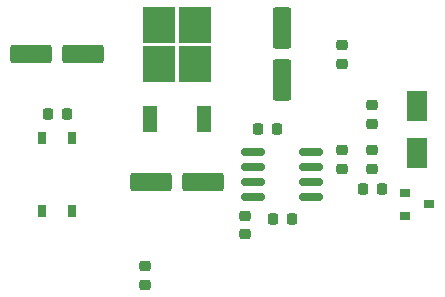
<source format=gtp>
G04 #@! TF.GenerationSoftware,KiCad,Pcbnew,6.0.9-8da3e8f707~116~ubuntu20.04.1*
G04 #@! TF.CreationDate,2023-03-26T17:56:32+00:00*
G04 #@! TF.ProjectId,LEC011001,4c454330-3131-4303-9031-2e6b69636164,rev?*
G04 #@! TF.SameCoordinates,Original*
G04 #@! TF.FileFunction,Paste,Top*
G04 #@! TF.FilePolarity,Positive*
%FSLAX46Y46*%
G04 Gerber Fmt 4.6, Leading zero omitted, Abs format (unit mm)*
G04 Created by KiCad (PCBNEW 6.0.9-8da3e8f707~116~ubuntu20.04.1) date 2023-03-26 17:56:32*
%MOMM*%
%LPD*%
G01*
G04 APERTURE LIST*
G04 Aperture macros list*
%AMRoundRect*
0 Rectangle with rounded corners*
0 $1 Rounding radius*
0 $2 $3 $4 $5 $6 $7 $8 $9 X,Y pos of 4 corners*
0 Add a 4 corners polygon primitive as box body*
4,1,4,$2,$3,$4,$5,$6,$7,$8,$9,$2,$3,0*
0 Add four circle primitives for the rounded corners*
1,1,$1+$1,$2,$3*
1,1,$1+$1,$4,$5*
1,1,$1+$1,$6,$7*
1,1,$1+$1,$8,$9*
0 Add four rect primitives between the rounded corners*
20,1,$1+$1,$2,$3,$4,$5,0*
20,1,$1+$1,$4,$5,$6,$7,0*
20,1,$1+$1,$6,$7,$8,$9,0*
20,1,$1+$1,$8,$9,$2,$3,0*%
G04 Aperture macros list end*
%ADD10RoundRect,0.249600X1.500400X0.550400X-1.500400X0.550400X-1.500400X-0.550400X1.500400X-0.550400X0*%
%ADD11RoundRect,0.218750X0.218750X0.256250X-0.218750X0.256250X-0.218750X-0.256250X0.218750X-0.256250X0*%
%ADD12RoundRect,0.218750X-0.218750X-0.256250X0.218750X-0.256250X0.218750X0.256250X-0.218750X0.256250X0*%
%ADD13RoundRect,0.218750X0.256250X-0.218750X0.256250X0.218750X-0.256250X0.218750X-0.256250X-0.218750X0*%
%ADD14RoundRect,0.249600X0.550400X-1.500400X0.550400X1.500400X-0.550400X1.500400X-0.550400X-1.500400X0*%
%ADD15R,0.800000X1.000000*%
%ADD16RoundRect,0.218750X-0.256250X0.218750X-0.256250X-0.218750X0.256250X-0.218750X0.256250X0.218750X0*%
%ADD17R,1.800000X2.500000*%
%ADD18R,0.900000X0.800000*%
%ADD19R,2.750000X3.050000*%
%ADD20R,1.200000X2.200000*%
%ADD21RoundRect,0.150000X0.825000X0.150000X-0.825000X0.150000X-0.825000X-0.150000X0.825000X-0.150000X0*%
%ADD22RoundRect,0.225000X0.250000X-0.225000X0.250000X0.225000X-0.250000X0.225000X-0.250000X-0.225000X0*%
G04 APERTURE END LIST*
D10*
G04 #@! TO.C,C1*
X94910000Y-34290000D03*
X90510000Y-34290000D03*
G04 #@! TD*
D11*
G04 #@! TO.C,C2*
X93497500Y-39370000D03*
X91922500Y-39370000D03*
G04 #@! TD*
D12*
G04 #@! TO.C,C4*
X109702500Y-40640000D03*
X111277500Y-40640000D03*
G04 #@! TD*
D13*
G04 #@! TO.C,C5*
X116840000Y-35077500D03*
X116840000Y-33502500D03*
G04 #@! TD*
D14*
G04 #@! TO.C,C7*
X111760000Y-36490000D03*
X111760000Y-32090000D03*
G04 #@! TD*
D15*
G04 #@! TO.C,D1*
X93980000Y-41375000D03*
X91440000Y-41375000D03*
X91440000Y-47525000D03*
X93980000Y-47525000D03*
G04 #@! TD*
D16*
G04 #@! TO.C,D2*
X119380000Y-42392500D03*
X119380000Y-43967500D03*
G04 #@! TD*
D17*
G04 #@! TO.C,D3*
X123190000Y-38640000D03*
X123190000Y-42640000D03*
G04 #@! TD*
D18*
G04 #@! TO.C,Q1*
X122190000Y-46040000D03*
X122190000Y-47940000D03*
X124190000Y-46990000D03*
G04 #@! TD*
D11*
G04 #@! TO.C,R3*
X120167500Y-45720000D03*
X118592500Y-45720000D03*
G04 #@! TD*
D16*
G04 #@! TO.C,R4*
X119380000Y-38582500D03*
X119380000Y-40157500D03*
G04 #@! TD*
D19*
G04 #@! TO.C,U1*
X104395000Y-35135000D03*
X101345000Y-31785000D03*
X104395000Y-31785000D03*
X101345000Y-35135000D03*
D20*
X100590000Y-39760000D03*
X105150000Y-39760000D03*
G04 #@! TD*
D10*
G04 #@! TO.C,C3*
X105070000Y-45085000D03*
X100670000Y-45085000D03*
G04 #@! TD*
D16*
G04 #@! TO.C,R2*
X108585000Y-47955000D03*
X108585000Y-49530000D03*
G04 #@! TD*
D21*
G04 #@! TO.C,U2*
X114235000Y-46355000D03*
X114235000Y-45085000D03*
X114235000Y-43815000D03*
X114235000Y-42545000D03*
X109285000Y-42545000D03*
X109285000Y-43815000D03*
X109285000Y-45085000D03*
X109285000Y-46355000D03*
G04 #@! TD*
D16*
G04 #@! TO.C,R1*
X116840000Y-42392500D03*
X116840000Y-43967500D03*
G04 #@! TD*
D12*
G04 #@! TO.C,C6*
X110972500Y-48260000D03*
X112547500Y-48260000D03*
G04 #@! TD*
D22*
G04 #@! TO.C,C8*
X100100000Y-53775000D03*
X100100000Y-52225000D03*
G04 #@! TD*
M02*

</source>
